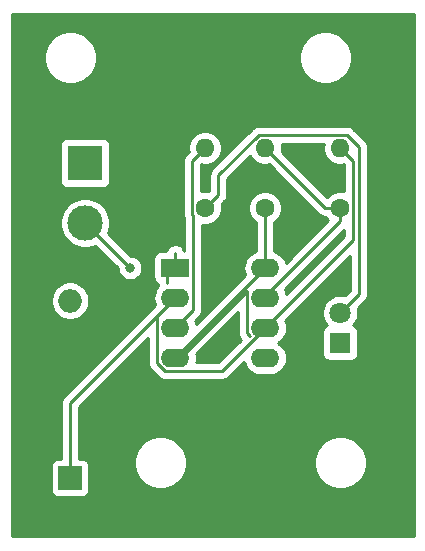
<source format=gbr>
%TF.GenerationSoftware,KiCad,Pcbnew,5.1.9-73d0e3b20d~88~ubuntu20.04.1*%
%TF.CreationDate,2021-02-11T17:45:22+05:30*%
%TF.ProjectId,Design your own Circuit Boards using Kicad Part 1 (FREE software),44657369-676e-4207-996f-7572206f776e,rev?*%
%TF.SameCoordinates,Original*%
%TF.FileFunction,Copper,L1,Top*%
%TF.FilePolarity,Positive*%
%FSLAX46Y46*%
G04 Gerber Fmt 4.6, Leading zero omitted, Abs format (unit mm)*
G04 Created by KiCad (PCBNEW 5.1.9-73d0e3b20d~88~ubuntu20.04.1) date 2021-02-11 17:45:22*
%MOMM*%
%LPD*%
G01*
G04 APERTURE LIST*
%TA.AperFunction,ComponentPad*%
%ADD10C,1.600000*%
%TD*%
%TA.AperFunction,ComponentPad*%
%ADD11O,1.600000X1.600000*%
%TD*%
%TA.AperFunction,ComponentPad*%
%ADD12R,2.400000X1.600000*%
%TD*%
%TA.AperFunction,ComponentPad*%
%ADD13O,2.400000X1.600000*%
%TD*%
%TA.AperFunction,ComponentPad*%
%ADD14R,3.000000X3.000000*%
%TD*%
%TA.AperFunction,ComponentPad*%
%ADD15C,3.000000*%
%TD*%
%TA.AperFunction,ComponentPad*%
%ADD16R,2.000000X2.000000*%
%TD*%
%TA.AperFunction,ComponentPad*%
%ADD17O,2.000000X2.000000*%
%TD*%
%TA.AperFunction,ComponentPad*%
%ADD18R,1.800000X1.800000*%
%TD*%
%TA.AperFunction,ComponentPad*%
%ADD19C,1.800000*%
%TD*%
%TA.AperFunction,ViaPad*%
%ADD20C,0.800000*%
%TD*%
%TA.AperFunction,Conductor*%
%ADD21C,0.250000*%
%TD*%
%TA.AperFunction,NonConductor*%
%ADD22C,0.254000*%
%TD*%
%TA.AperFunction,NonConductor*%
%ADD23C,0.100000*%
%TD*%
G04 APERTURE END LIST*
D10*
%TO.P,R1,1*%
%TO.N,+9V*%
X69850000Y-93980000D03*
D11*
%TO.P,R1,2*%
%TO.N,1*%
X69850000Y-88900000D03*
%TD*%
D12*
%TO.P,U1,1*%
%TO.N,GND*%
X62230000Y-99060000D03*
D13*
%TO.P,U1,5*%
%TO.N,Net-(U1-Pad5)*%
X69850000Y-106680000D03*
%TO.P,U1,2*%
%TO.N,Net-(C1-Pad1)*%
X62230000Y-101600000D03*
%TO.P,U1,6*%
X69850000Y-104140000D03*
%TO.P,U1,3*%
%TO.N,Net-(R2-Pad2)*%
X62230000Y-104140000D03*
%TO.P,U1,7*%
%TO.N,1*%
X69850000Y-101600000D03*
%TO.P,U1,4*%
%TO.N,+9V*%
X62230000Y-106680000D03*
%TO.P,U1,8*%
X69850000Y-99060000D03*
%TD*%
D11*
%TO.P,R2,2*%
%TO.N,Net-(R2-Pad2)*%
X64770000Y-88900000D03*
D10*
%TO.P,R2,1*%
%TO.N,Net-(D1-Pad2)*%
X64770000Y-93980000D03*
%TD*%
%TO.P,R3,1*%
%TO.N,1*%
X76200000Y-93980000D03*
D11*
%TO.P,R3,2*%
%TO.N,Net-(C1-Pad1)*%
X76200000Y-88900000D03*
%TD*%
D14*
%TO.P,J1,1*%
%TO.N,GND*%
X54610000Y-90170000D03*
D15*
%TO.P,J1,2*%
%TO.N,+9V*%
X54610000Y-95250000D03*
%TD*%
D16*
%TO.P,C1,1*%
%TO.N,Net-(C1-Pad1)*%
X53340000Y-116840000D03*
D17*
%TO.P,C1,2*%
%TO.N,GND*%
X53340000Y-101840000D03*
%TD*%
D18*
%TO.P,D1,1*%
%TO.N,GND*%
X76200000Y-105410000D03*
D19*
%TO.P,D1,2*%
%TO.N,Net-(D1-Pad2)*%
X76200000Y-102870000D03*
%TD*%
D20*
%TO.N,+9V*%
X58420000Y-99060000D03*
%TD*%
D21*
%TO.N,Net-(C1-Pad1)*%
X53340000Y-116840000D02*
X53340000Y-110490000D01*
X76200000Y-88900000D02*
X77325001Y-90025001D01*
X53340000Y-110490000D02*
X62230000Y-101600000D01*
X62230000Y-101600000D02*
X60704990Y-103125010D01*
X60704990Y-107145994D02*
X61364006Y-107805010D01*
X60704990Y-103125010D02*
X60704990Y-107145994D01*
X61364006Y-107805010D02*
X66184990Y-107805010D01*
X66184990Y-107805010D02*
X69850000Y-104140000D01*
X77325001Y-90025001D02*
X77325001Y-96664999D01*
X77325001Y-96664999D02*
X69850000Y-104140000D01*
%TO.N,GND*%
X61508996Y-100330000D02*
X61508996Y-99781004D01*
X62230000Y-99060000D02*
X62230000Y-97790000D01*
X61508996Y-99781004D02*
X62230000Y-99060000D01*
%TO.N,Net-(D1-Pad2)*%
X65895001Y-91189997D02*
X69309999Y-87774999D01*
X76740001Y-87774999D02*
X77775010Y-88810008D01*
X64770000Y-93980000D02*
X65895001Y-92854999D01*
X77775010Y-101294990D02*
X76200000Y-102870000D01*
X69309999Y-87774999D02*
X76740001Y-87774999D01*
X77775010Y-88810008D02*
X77775010Y-101294990D01*
X65895001Y-92854999D02*
X65895001Y-91189997D01*
%TO.N,+9V*%
X69850000Y-99060000D02*
X69850000Y-95250000D01*
X68324990Y-104605994D02*
X68536293Y-104817297D01*
X62230000Y-106680000D02*
X62630000Y-106680000D01*
X68324990Y-100985010D02*
X68324990Y-104605994D01*
X69850000Y-95250000D02*
X69850000Y-93980000D01*
X54610000Y-95250000D02*
X58420000Y-99060000D01*
X58420000Y-99060000D02*
X58420000Y-99060000D01*
X69850000Y-99060000D02*
X62230000Y-106680000D01*
X62630000Y-106680000D02*
X68324990Y-100985010D01*
%TO.N,1*%
X76200000Y-93980000D02*
X74930000Y-93980000D01*
X76200000Y-93980000D02*
X76200000Y-95111370D01*
X74930000Y-93980000D02*
X69850000Y-88900000D01*
X76200000Y-95111370D02*
X69850000Y-101461370D01*
X69850000Y-101461370D02*
X69850000Y-101600000D01*
%TO.N,Net-(R2-Pad2)*%
X63755010Y-102614990D02*
X62230000Y-104140000D01*
X63755010Y-94630012D02*
X63755010Y-102614990D01*
X63644999Y-94520001D02*
X63755010Y-94630012D01*
X63644999Y-90025001D02*
X63644999Y-94520001D01*
X64770000Y-88900000D02*
X63644999Y-90025001D01*
%TD*%
D22*
X82423000Y-121793000D02*
X48387000Y-121793000D01*
X48387000Y-115840000D01*
X51701928Y-115840000D01*
X51701928Y-117840000D01*
X51714188Y-117964482D01*
X51750498Y-118084180D01*
X51809463Y-118194494D01*
X51888815Y-118291185D01*
X51985506Y-118370537D01*
X52095820Y-118429502D01*
X52215518Y-118465812D01*
X52340000Y-118478072D01*
X54340000Y-118478072D01*
X54464482Y-118465812D01*
X54584180Y-118429502D01*
X54694494Y-118370537D01*
X54791185Y-118291185D01*
X54870537Y-118194494D01*
X54929502Y-118084180D01*
X54965812Y-117964482D01*
X54978072Y-117840000D01*
X54978072Y-115840000D01*
X54965812Y-115715518D01*
X54929502Y-115595820D01*
X54870537Y-115485506D01*
X54791185Y-115388815D01*
X54743733Y-115349872D01*
X58725000Y-115349872D01*
X58725000Y-115790128D01*
X58810890Y-116221925D01*
X58979369Y-116628669D01*
X59223962Y-116994729D01*
X59535271Y-117306038D01*
X59901331Y-117550631D01*
X60308075Y-117719110D01*
X60739872Y-117805000D01*
X61180128Y-117805000D01*
X61611925Y-117719110D01*
X62018669Y-117550631D01*
X62384729Y-117306038D01*
X62696038Y-116994729D01*
X62940631Y-116628669D01*
X63109110Y-116221925D01*
X63195000Y-115790128D01*
X63195000Y-115349872D01*
X73965000Y-115349872D01*
X73965000Y-115790128D01*
X74050890Y-116221925D01*
X74219369Y-116628669D01*
X74463962Y-116994729D01*
X74775271Y-117306038D01*
X75141331Y-117550631D01*
X75548075Y-117719110D01*
X75979872Y-117805000D01*
X76420128Y-117805000D01*
X76851925Y-117719110D01*
X77258669Y-117550631D01*
X77624729Y-117306038D01*
X77936038Y-116994729D01*
X78180631Y-116628669D01*
X78349110Y-116221925D01*
X78435000Y-115790128D01*
X78435000Y-115349872D01*
X78349110Y-114918075D01*
X78180631Y-114511331D01*
X77936038Y-114145271D01*
X77624729Y-113833962D01*
X77258669Y-113589369D01*
X76851925Y-113420890D01*
X76420128Y-113335000D01*
X75979872Y-113335000D01*
X75548075Y-113420890D01*
X75141331Y-113589369D01*
X74775271Y-113833962D01*
X74463962Y-114145271D01*
X74219369Y-114511331D01*
X74050890Y-114918075D01*
X73965000Y-115349872D01*
X63195000Y-115349872D01*
X63109110Y-114918075D01*
X62940631Y-114511331D01*
X62696038Y-114145271D01*
X62384729Y-113833962D01*
X62018669Y-113589369D01*
X61611925Y-113420890D01*
X61180128Y-113335000D01*
X60739872Y-113335000D01*
X60308075Y-113420890D01*
X59901331Y-113589369D01*
X59535271Y-113833962D01*
X59223962Y-114145271D01*
X58979369Y-114511331D01*
X58810890Y-114918075D01*
X58725000Y-115349872D01*
X54743733Y-115349872D01*
X54694494Y-115309463D01*
X54584180Y-115250498D01*
X54464482Y-115214188D01*
X54340000Y-115201928D01*
X54100000Y-115201928D01*
X54100000Y-110804801D01*
X59944990Y-104959811D01*
X59944991Y-107108662D01*
X59941314Y-107145994D01*
X59955988Y-107294979D01*
X59999444Y-107438240D01*
X60070016Y-107570270D01*
X60140393Y-107656024D01*
X60164990Y-107685995D01*
X60193988Y-107709793D01*
X60800206Y-108316012D01*
X60824005Y-108345011D01*
X60939730Y-108439984D01*
X61071759Y-108510556D01*
X61215020Y-108554013D01*
X61326673Y-108565010D01*
X61326682Y-108565010D01*
X61364005Y-108568686D01*
X61401328Y-108565010D01*
X66147668Y-108565010D01*
X66184990Y-108568686D01*
X66222312Y-108565010D01*
X66222323Y-108565010D01*
X66333976Y-108554013D01*
X66477237Y-108510556D01*
X66609266Y-108439984D01*
X66724991Y-108345011D01*
X66748794Y-108316007D01*
X68051527Y-107013274D01*
X68117818Y-107231808D01*
X68251068Y-107481101D01*
X68430392Y-107699608D01*
X68648899Y-107878932D01*
X68898192Y-108012182D01*
X69168691Y-108094236D01*
X69379508Y-108115000D01*
X70320492Y-108115000D01*
X70531309Y-108094236D01*
X70801808Y-108012182D01*
X71051101Y-107878932D01*
X71269608Y-107699608D01*
X71448932Y-107481101D01*
X71582182Y-107231808D01*
X71664236Y-106961309D01*
X71691943Y-106680000D01*
X71664236Y-106398691D01*
X71582182Y-106128192D01*
X71448932Y-105878899D01*
X71269608Y-105660392D01*
X71051101Y-105481068D01*
X70918142Y-105410000D01*
X71051101Y-105338932D01*
X71269608Y-105159608D01*
X71448932Y-104941101D01*
X71582182Y-104691808D01*
X71664236Y-104421309D01*
X71691943Y-104140000D01*
X71664236Y-103858691D01*
X71582182Y-103588192D01*
X71545408Y-103519393D01*
X77015011Y-98049791D01*
X77015011Y-100980187D01*
X76608930Y-101386269D01*
X76351184Y-101335000D01*
X76048816Y-101335000D01*
X75752257Y-101393989D01*
X75472905Y-101509701D01*
X75221495Y-101677688D01*
X75007688Y-101891495D01*
X74839701Y-102142905D01*
X74723989Y-102422257D01*
X74665000Y-102718816D01*
X74665000Y-103021184D01*
X74723989Y-103317743D01*
X74839701Y-103597095D01*
X75007688Y-103848505D01*
X75074127Y-103914944D01*
X75055820Y-103920498D01*
X74945506Y-103979463D01*
X74848815Y-104058815D01*
X74769463Y-104155506D01*
X74710498Y-104265820D01*
X74674188Y-104385518D01*
X74661928Y-104510000D01*
X74661928Y-106310000D01*
X74674188Y-106434482D01*
X74710498Y-106554180D01*
X74769463Y-106664494D01*
X74848815Y-106761185D01*
X74945506Y-106840537D01*
X75055820Y-106899502D01*
X75175518Y-106935812D01*
X75300000Y-106948072D01*
X77100000Y-106948072D01*
X77224482Y-106935812D01*
X77344180Y-106899502D01*
X77454494Y-106840537D01*
X77551185Y-106761185D01*
X77630537Y-106664494D01*
X77689502Y-106554180D01*
X77725812Y-106434482D01*
X77738072Y-106310000D01*
X77738072Y-104510000D01*
X77725812Y-104385518D01*
X77689502Y-104265820D01*
X77630537Y-104155506D01*
X77551185Y-104058815D01*
X77454494Y-103979463D01*
X77344180Y-103920498D01*
X77325873Y-103914944D01*
X77392312Y-103848505D01*
X77560299Y-103597095D01*
X77676011Y-103317743D01*
X77735000Y-103021184D01*
X77735000Y-102718816D01*
X77683731Y-102461070D01*
X78286013Y-101858789D01*
X78315011Y-101834991D01*
X78409984Y-101719266D01*
X78480556Y-101587237D01*
X78524013Y-101443976D01*
X78535010Y-101332323D01*
X78538687Y-101294990D01*
X78535010Y-101257657D01*
X78535010Y-88847333D01*
X78538686Y-88810008D01*
X78535010Y-88772683D01*
X78535010Y-88772675D01*
X78524013Y-88661022D01*
X78480556Y-88517761D01*
X78409984Y-88385732D01*
X78315011Y-88270007D01*
X78286014Y-88246210D01*
X77303805Y-87264001D01*
X77280002Y-87234998D01*
X77164277Y-87140025D01*
X77032248Y-87069453D01*
X76888987Y-87025996D01*
X76777334Y-87014999D01*
X76777323Y-87014999D01*
X76740001Y-87011323D01*
X76702679Y-87014999D01*
X69347321Y-87014999D01*
X69309998Y-87011323D01*
X69272675Y-87014999D01*
X69272666Y-87014999D01*
X69161013Y-87025996D01*
X69017752Y-87069453D01*
X68885723Y-87140025D01*
X68885721Y-87140026D01*
X68885722Y-87140026D01*
X68798995Y-87211200D01*
X68798991Y-87211204D01*
X68769998Y-87234998D01*
X68746204Y-87263991D01*
X65383999Y-90626198D01*
X65355001Y-90649996D01*
X65331203Y-90678994D01*
X65331202Y-90678995D01*
X65260027Y-90765721D01*
X65189455Y-90897751D01*
X65145999Y-91041012D01*
X65131325Y-91189997D01*
X65135002Y-91227329D01*
X65135001Y-92540197D01*
X65093886Y-92581312D01*
X64911335Y-92545000D01*
X64628665Y-92545000D01*
X64404999Y-92589491D01*
X64404999Y-90339802D01*
X64446113Y-90298688D01*
X64628665Y-90335000D01*
X64911335Y-90335000D01*
X65188574Y-90279853D01*
X65449727Y-90171680D01*
X65684759Y-90014637D01*
X65884637Y-89814759D01*
X66041680Y-89579727D01*
X66149853Y-89318574D01*
X66205000Y-89041335D01*
X66205000Y-88758665D01*
X66149853Y-88481426D01*
X66041680Y-88220273D01*
X65884637Y-87985241D01*
X65684759Y-87785363D01*
X65449727Y-87628320D01*
X65188574Y-87520147D01*
X64911335Y-87465000D01*
X64628665Y-87465000D01*
X64351426Y-87520147D01*
X64090273Y-87628320D01*
X63855241Y-87785363D01*
X63655363Y-87985241D01*
X63498320Y-88220273D01*
X63390147Y-88481426D01*
X63335000Y-88758665D01*
X63335000Y-89041335D01*
X63371312Y-89223887D01*
X63134001Y-89461197D01*
X63104998Y-89485000D01*
X63049870Y-89552175D01*
X63010025Y-89600725D01*
X62939454Y-89732754D01*
X62939453Y-89732755D01*
X62895996Y-89876016D01*
X62884999Y-89987669D01*
X62884999Y-89987679D01*
X62881323Y-90025001D01*
X62884999Y-90062324D01*
X62885000Y-94482669D01*
X62881323Y-94520001D01*
X62895997Y-94668986D01*
X62939453Y-94812247D01*
X62995010Y-94916186D01*
X62995010Y-97621928D01*
X62973213Y-97621928D01*
X62935546Y-97497753D01*
X62864974Y-97365724D01*
X62770001Y-97249999D01*
X62654276Y-97155026D01*
X62522247Y-97084454D01*
X62378986Y-97040997D01*
X62230000Y-97026323D01*
X62081015Y-97040997D01*
X61937754Y-97084454D01*
X61805725Y-97155026D01*
X61690000Y-97249999D01*
X61595027Y-97365724D01*
X61524455Y-97497753D01*
X61486788Y-97621928D01*
X61030000Y-97621928D01*
X60905518Y-97634188D01*
X60785820Y-97670498D01*
X60675506Y-97729463D01*
X60578815Y-97808815D01*
X60499463Y-97905506D01*
X60440498Y-98015820D01*
X60404188Y-98135518D01*
X60391928Y-98260000D01*
X60391928Y-99860000D01*
X60404188Y-99984482D01*
X60440498Y-100104180D01*
X60499463Y-100214494D01*
X60578815Y-100311185D01*
X60675506Y-100390537D01*
X60755493Y-100433291D01*
X60759993Y-100478985D01*
X60796054Y-100597863D01*
X60631068Y-100798899D01*
X60497818Y-101048192D01*
X60415764Y-101318691D01*
X60388057Y-101600000D01*
X60415764Y-101881309D01*
X60497818Y-102151808D01*
X60534592Y-102220607D01*
X60193988Y-102561210D01*
X60164989Y-102585009D01*
X60141191Y-102614007D01*
X52828998Y-109926201D01*
X52800000Y-109949999D01*
X52776202Y-109978997D01*
X52776201Y-109978998D01*
X52705026Y-110065724D01*
X52634454Y-110197754D01*
X52590998Y-110341015D01*
X52576324Y-110490000D01*
X52580001Y-110527332D01*
X52580000Y-115201928D01*
X52340000Y-115201928D01*
X52215518Y-115214188D01*
X52095820Y-115250498D01*
X51985506Y-115309463D01*
X51888815Y-115388815D01*
X51809463Y-115485506D01*
X51750498Y-115595820D01*
X51714188Y-115715518D01*
X51701928Y-115840000D01*
X48387000Y-115840000D01*
X48387000Y-101678967D01*
X51705000Y-101678967D01*
X51705000Y-102001033D01*
X51767832Y-102316912D01*
X51891082Y-102614463D01*
X52070013Y-102882252D01*
X52297748Y-103109987D01*
X52565537Y-103288918D01*
X52863088Y-103412168D01*
X53178967Y-103475000D01*
X53501033Y-103475000D01*
X53816912Y-103412168D01*
X54114463Y-103288918D01*
X54382252Y-103109987D01*
X54609987Y-102882252D01*
X54788918Y-102614463D01*
X54912168Y-102316912D01*
X54975000Y-102001033D01*
X54975000Y-101678967D01*
X54912168Y-101363088D01*
X54788918Y-101065537D01*
X54609987Y-100797748D01*
X54382252Y-100570013D01*
X54114463Y-100391082D01*
X53816912Y-100267832D01*
X53501033Y-100205000D01*
X53178967Y-100205000D01*
X52863088Y-100267832D01*
X52565537Y-100391082D01*
X52297748Y-100570013D01*
X52070013Y-100797748D01*
X51891082Y-101065537D01*
X51767832Y-101363088D01*
X51705000Y-101678967D01*
X48387000Y-101678967D01*
X48387000Y-95039721D01*
X52475000Y-95039721D01*
X52475000Y-95460279D01*
X52557047Y-95872756D01*
X52717988Y-96261302D01*
X52951637Y-96610983D01*
X53249017Y-96908363D01*
X53598698Y-97142012D01*
X53987244Y-97302953D01*
X54399721Y-97385000D01*
X54820279Y-97385000D01*
X55232756Y-97302953D01*
X55484059Y-97198860D01*
X57385000Y-99099802D01*
X57385000Y-99161939D01*
X57424774Y-99361898D01*
X57502795Y-99550256D01*
X57616063Y-99719774D01*
X57760226Y-99863937D01*
X57929744Y-99977205D01*
X58118102Y-100055226D01*
X58318061Y-100095000D01*
X58521939Y-100095000D01*
X58721898Y-100055226D01*
X58910256Y-99977205D01*
X59079774Y-99863937D01*
X59223937Y-99719774D01*
X59337205Y-99550256D01*
X59415226Y-99361898D01*
X59455000Y-99161939D01*
X59455000Y-98958061D01*
X59415226Y-98758102D01*
X59337205Y-98569744D01*
X59223937Y-98400226D01*
X59079774Y-98256063D01*
X58910256Y-98142795D01*
X58721898Y-98064774D01*
X58521939Y-98025000D01*
X58459802Y-98025000D01*
X56558860Y-96124059D01*
X56662953Y-95872756D01*
X56745000Y-95460279D01*
X56745000Y-95039721D01*
X56662953Y-94627244D01*
X56502012Y-94238698D01*
X56268363Y-93889017D01*
X55970983Y-93591637D01*
X55621302Y-93357988D01*
X55232756Y-93197047D01*
X54820279Y-93115000D01*
X54399721Y-93115000D01*
X53987244Y-93197047D01*
X53598698Y-93357988D01*
X53249017Y-93591637D01*
X52951637Y-93889017D01*
X52717988Y-94238698D01*
X52557047Y-94627244D01*
X52475000Y-95039721D01*
X48387000Y-95039721D01*
X48387000Y-88670000D01*
X52471928Y-88670000D01*
X52471928Y-91670000D01*
X52484188Y-91794482D01*
X52520498Y-91914180D01*
X52579463Y-92024494D01*
X52658815Y-92121185D01*
X52755506Y-92200537D01*
X52865820Y-92259502D01*
X52985518Y-92295812D01*
X53110000Y-92308072D01*
X56110000Y-92308072D01*
X56234482Y-92295812D01*
X56354180Y-92259502D01*
X56464494Y-92200537D01*
X56561185Y-92121185D01*
X56640537Y-92024494D01*
X56699502Y-91914180D01*
X56735812Y-91794482D01*
X56748072Y-91670000D01*
X56748072Y-88670000D01*
X56735812Y-88545518D01*
X56699502Y-88425820D01*
X56640537Y-88315506D01*
X56561185Y-88218815D01*
X56464494Y-88139463D01*
X56354180Y-88080498D01*
X56234482Y-88044188D01*
X56110000Y-88031928D01*
X53110000Y-88031928D01*
X52985518Y-88044188D01*
X52865820Y-88080498D01*
X52755506Y-88139463D01*
X52658815Y-88218815D01*
X52579463Y-88315506D01*
X52520498Y-88425820D01*
X52484188Y-88545518D01*
X52471928Y-88670000D01*
X48387000Y-88670000D01*
X48387000Y-81059872D01*
X51105000Y-81059872D01*
X51105000Y-81500128D01*
X51190890Y-81931925D01*
X51359369Y-82338669D01*
X51603962Y-82704729D01*
X51915271Y-83016038D01*
X52281331Y-83260631D01*
X52688075Y-83429110D01*
X53119872Y-83515000D01*
X53560128Y-83515000D01*
X53991925Y-83429110D01*
X54398669Y-83260631D01*
X54764729Y-83016038D01*
X55076038Y-82704729D01*
X55320631Y-82338669D01*
X55489110Y-81931925D01*
X55575000Y-81500128D01*
X55575000Y-81059872D01*
X72695000Y-81059872D01*
X72695000Y-81500128D01*
X72780890Y-81931925D01*
X72949369Y-82338669D01*
X73193962Y-82704729D01*
X73505271Y-83016038D01*
X73871331Y-83260631D01*
X74278075Y-83429110D01*
X74709872Y-83515000D01*
X75150128Y-83515000D01*
X75581925Y-83429110D01*
X75988669Y-83260631D01*
X76354729Y-83016038D01*
X76666038Y-82704729D01*
X76910631Y-82338669D01*
X77079110Y-81931925D01*
X77165000Y-81500128D01*
X77165000Y-81059872D01*
X77079110Y-80628075D01*
X76910631Y-80221331D01*
X76666038Y-79855271D01*
X76354729Y-79543962D01*
X75988669Y-79299369D01*
X75581925Y-79130890D01*
X75150128Y-79045000D01*
X74709872Y-79045000D01*
X74278075Y-79130890D01*
X73871331Y-79299369D01*
X73505271Y-79543962D01*
X73193962Y-79855271D01*
X72949369Y-80221331D01*
X72780890Y-80628075D01*
X72695000Y-81059872D01*
X55575000Y-81059872D01*
X55489110Y-80628075D01*
X55320631Y-80221331D01*
X55076038Y-79855271D01*
X54764729Y-79543962D01*
X54398669Y-79299369D01*
X53991925Y-79130890D01*
X53560128Y-79045000D01*
X53119872Y-79045000D01*
X52688075Y-79130890D01*
X52281331Y-79299369D01*
X51915271Y-79543962D01*
X51603962Y-79855271D01*
X51359369Y-80221331D01*
X51190890Y-80628075D01*
X51105000Y-81059872D01*
X48387000Y-81059872D01*
X48387000Y-77597000D01*
X82423000Y-77597000D01*
X82423000Y-121793000D01*
%TA.AperFunction,NonConductor*%
D23*
G36*
X82423000Y-121793000D02*
G01*
X48387000Y-121793000D01*
X48387000Y-115840000D01*
X51701928Y-115840000D01*
X51701928Y-117840000D01*
X51714188Y-117964482D01*
X51750498Y-118084180D01*
X51809463Y-118194494D01*
X51888815Y-118291185D01*
X51985506Y-118370537D01*
X52095820Y-118429502D01*
X52215518Y-118465812D01*
X52340000Y-118478072D01*
X54340000Y-118478072D01*
X54464482Y-118465812D01*
X54584180Y-118429502D01*
X54694494Y-118370537D01*
X54791185Y-118291185D01*
X54870537Y-118194494D01*
X54929502Y-118084180D01*
X54965812Y-117964482D01*
X54978072Y-117840000D01*
X54978072Y-115840000D01*
X54965812Y-115715518D01*
X54929502Y-115595820D01*
X54870537Y-115485506D01*
X54791185Y-115388815D01*
X54743733Y-115349872D01*
X58725000Y-115349872D01*
X58725000Y-115790128D01*
X58810890Y-116221925D01*
X58979369Y-116628669D01*
X59223962Y-116994729D01*
X59535271Y-117306038D01*
X59901331Y-117550631D01*
X60308075Y-117719110D01*
X60739872Y-117805000D01*
X61180128Y-117805000D01*
X61611925Y-117719110D01*
X62018669Y-117550631D01*
X62384729Y-117306038D01*
X62696038Y-116994729D01*
X62940631Y-116628669D01*
X63109110Y-116221925D01*
X63195000Y-115790128D01*
X63195000Y-115349872D01*
X73965000Y-115349872D01*
X73965000Y-115790128D01*
X74050890Y-116221925D01*
X74219369Y-116628669D01*
X74463962Y-116994729D01*
X74775271Y-117306038D01*
X75141331Y-117550631D01*
X75548075Y-117719110D01*
X75979872Y-117805000D01*
X76420128Y-117805000D01*
X76851925Y-117719110D01*
X77258669Y-117550631D01*
X77624729Y-117306038D01*
X77936038Y-116994729D01*
X78180631Y-116628669D01*
X78349110Y-116221925D01*
X78435000Y-115790128D01*
X78435000Y-115349872D01*
X78349110Y-114918075D01*
X78180631Y-114511331D01*
X77936038Y-114145271D01*
X77624729Y-113833962D01*
X77258669Y-113589369D01*
X76851925Y-113420890D01*
X76420128Y-113335000D01*
X75979872Y-113335000D01*
X75548075Y-113420890D01*
X75141331Y-113589369D01*
X74775271Y-113833962D01*
X74463962Y-114145271D01*
X74219369Y-114511331D01*
X74050890Y-114918075D01*
X73965000Y-115349872D01*
X63195000Y-115349872D01*
X63109110Y-114918075D01*
X62940631Y-114511331D01*
X62696038Y-114145271D01*
X62384729Y-113833962D01*
X62018669Y-113589369D01*
X61611925Y-113420890D01*
X61180128Y-113335000D01*
X60739872Y-113335000D01*
X60308075Y-113420890D01*
X59901331Y-113589369D01*
X59535271Y-113833962D01*
X59223962Y-114145271D01*
X58979369Y-114511331D01*
X58810890Y-114918075D01*
X58725000Y-115349872D01*
X54743733Y-115349872D01*
X54694494Y-115309463D01*
X54584180Y-115250498D01*
X54464482Y-115214188D01*
X54340000Y-115201928D01*
X54100000Y-115201928D01*
X54100000Y-110804801D01*
X59944990Y-104959811D01*
X59944991Y-107108662D01*
X59941314Y-107145994D01*
X59955988Y-107294979D01*
X59999444Y-107438240D01*
X60070016Y-107570270D01*
X60140393Y-107656024D01*
X60164990Y-107685995D01*
X60193988Y-107709793D01*
X60800206Y-108316012D01*
X60824005Y-108345011D01*
X60939730Y-108439984D01*
X61071759Y-108510556D01*
X61215020Y-108554013D01*
X61326673Y-108565010D01*
X61326682Y-108565010D01*
X61364005Y-108568686D01*
X61401328Y-108565010D01*
X66147668Y-108565010D01*
X66184990Y-108568686D01*
X66222312Y-108565010D01*
X66222323Y-108565010D01*
X66333976Y-108554013D01*
X66477237Y-108510556D01*
X66609266Y-108439984D01*
X66724991Y-108345011D01*
X66748794Y-108316007D01*
X68051527Y-107013274D01*
X68117818Y-107231808D01*
X68251068Y-107481101D01*
X68430392Y-107699608D01*
X68648899Y-107878932D01*
X68898192Y-108012182D01*
X69168691Y-108094236D01*
X69379508Y-108115000D01*
X70320492Y-108115000D01*
X70531309Y-108094236D01*
X70801808Y-108012182D01*
X71051101Y-107878932D01*
X71269608Y-107699608D01*
X71448932Y-107481101D01*
X71582182Y-107231808D01*
X71664236Y-106961309D01*
X71691943Y-106680000D01*
X71664236Y-106398691D01*
X71582182Y-106128192D01*
X71448932Y-105878899D01*
X71269608Y-105660392D01*
X71051101Y-105481068D01*
X70918142Y-105410000D01*
X71051101Y-105338932D01*
X71269608Y-105159608D01*
X71448932Y-104941101D01*
X71582182Y-104691808D01*
X71664236Y-104421309D01*
X71691943Y-104140000D01*
X71664236Y-103858691D01*
X71582182Y-103588192D01*
X71545408Y-103519393D01*
X77015011Y-98049791D01*
X77015011Y-100980187D01*
X76608930Y-101386269D01*
X76351184Y-101335000D01*
X76048816Y-101335000D01*
X75752257Y-101393989D01*
X75472905Y-101509701D01*
X75221495Y-101677688D01*
X75007688Y-101891495D01*
X74839701Y-102142905D01*
X74723989Y-102422257D01*
X74665000Y-102718816D01*
X74665000Y-103021184D01*
X74723989Y-103317743D01*
X74839701Y-103597095D01*
X75007688Y-103848505D01*
X75074127Y-103914944D01*
X75055820Y-103920498D01*
X74945506Y-103979463D01*
X74848815Y-104058815D01*
X74769463Y-104155506D01*
X74710498Y-104265820D01*
X74674188Y-104385518D01*
X74661928Y-104510000D01*
X74661928Y-106310000D01*
X74674188Y-106434482D01*
X74710498Y-106554180D01*
X74769463Y-106664494D01*
X74848815Y-106761185D01*
X74945506Y-106840537D01*
X75055820Y-106899502D01*
X75175518Y-106935812D01*
X75300000Y-106948072D01*
X77100000Y-106948072D01*
X77224482Y-106935812D01*
X77344180Y-106899502D01*
X77454494Y-106840537D01*
X77551185Y-106761185D01*
X77630537Y-106664494D01*
X77689502Y-106554180D01*
X77725812Y-106434482D01*
X77738072Y-106310000D01*
X77738072Y-104510000D01*
X77725812Y-104385518D01*
X77689502Y-104265820D01*
X77630537Y-104155506D01*
X77551185Y-104058815D01*
X77454494Y-103979463D01*
X77344180Y-103920498D01*
X77325873Y-103914944D01*
X77392312Y-103848505D01*
X77560299Y-103597095D01*
X77676011Y-103317743D01*
X77735000Y-103021184D01*
X77735000Y-102718816D01*
X77683731Y-102461070D01*
X78286013Y-101858789D01*
X78315011Y-101834991D01*
X78409984Y-101719266D01*
X78480556Y-101587237D01*
X78524013Y-101443976D01*
X78535010Y-101332323D01*
X78538687Y-101294990D01*
X78535010Y-101257657D01*
X78535010Y-88847333D01*
X78538686Y-88810008D01*
X78535010Y-88772683D01*
X78535010Y-88772675D01*
X78524013Y-88661022D01*
X78480556Y-88517761D01*
X78409984Y-88385732D01*
X78315011Y-88270007D01*
X78286014Y-88246210D01*
X77303805Y-87264001D01*
X77280002Y-87234998D01*
X77164277Y-87140025D01*
X77032248Y-87069453D01*
X76888987Y-87025996D01*
X76777334Y-87014999D01*
X76777323Y-87014999D01*
X76740001Y-87011323D01*
X76702679Y-87014999D01*
X69347321Y-87014999D01*
X69309998Y-87011323D01*
X69272675Y-87014999D01*
X69272666Y-87014999D01*
X69161013Y-87025996D01*
X69017752Y-87069453D01*
X68885723Y-87140025D01*
X68885721Y-87140026D01*
X68885722Y-87140026D01*
X68798995Y-87211200D01*
X68798991Y-87211204D01*
X68769998Y-87234998D01*
X68746204Y-87263991D01*
X65383999Y-90626198D01*
X65355001Y-90649996D01*
X65331203Y-90678994D01*
X65331202Y-90678995D01*
X65260027Y-90765721D01*
X65189455Y-90897751D01*
X65145999Y-91041012D01*
X65131325Y-91189997D01*
X65135002Y-91227329D01*
X65135001Y-92540197D01*
X65093886Y-92581312D01*
X64911335Y-92545000D01*
X64628665Y-92545000D01*
X64404999Y-92589491D01*
X64404999Y-90339802D01*
X64446113Y-90298688D01*
X64628665Y-90335000D01*
X64911335Y-90335000D01*
X65188574Y-90279853D01*
X65449727Y-90171680D01*
X65684759Y-90014637D01*
X65884637Y-89814759D01*
X66041680Y-89579727D01*
X66149853Y-89318574D01*
X66205000Y-89041335D01*
X66205000Y-88758665D01*
X66149853Y-88481426D01*
X66041680Y-88220273D01*
X65884637Y-87985241D01*
X65684759Y-87785363D01*
X65449727Y-87628320D01*
X65188574Y-87520147D01*
X64911335Y-87465000D01*
X64628665Y-87465000D01*
X64351426Y-87520147D01*
X64090273Y-87628320D01*
X63855241Y-87785363D01*
X63655363Y-87985241D01*
X63498320Y-88220273D01*
X63390147Y-88481426D01*
X63335000Y-88758665D01*
X63335000Y-89041335D01*
X63371312Y-89223887D01*
X63134001Y-89461197D01*
X63104998Y-89485000D01*
X63049870Y-89552175D01*
X63010025Y-89600725D01*
X62939454Y-89732754D01*
X62939453Y-89732755D01*
X62895996Y-89876016D01*
X62884999Y-89987669D01*
X62884999Y-89987679D01*
X62881323Y-90025001D01*
X62884999Y-90062324D01*
X62885000Y-94482669D01*
X62881323Y-94520001D01*
X62895997Y-94668986D01*
X62939453Y-94812247D01*
X62995010Y-94916186D01*
X62995010Y-97621928D01*
X62973213Y-97621928D01*
X62935546Y-97497753D01*
X62864974Y-97365724D01*
X62770001Y-97249999D01*
X62654276Y-97155026D01*
X62522247Y-97084454D01*
X62378986Y-97040997D01*
X62230000Y-97026323D01*
X62081015Y-97040997D01*
X61937754Y-97084454D01*
X61805725Y-97155026D01*
X61690000Y-97249999D01*
X61595027Y-97365724D01*
X61524455Y-97497753D01*
X61486788Y-97621928D01*
X61030000Y-97621928D01*
X60905518Y-97634188D01*
X60785820Y-97670498D01*
X60675506Y-97729463D01*
X60578815Y-97808815D01*
X60499463Y-97905506D01*
X60440498Y-98015820D01*
X60404188Y-98135518D01*
X60391928Y-98260000D01*
X60391928Y-99860000D01*
X60404188Y-99984482D01*
X60440498Y-100104180D01*
X60499463Y-100214494D01*
X60578815Y-100311185D01*
X60675506Y-100390537D01*
X60755493Y-100433291D01*
X60759993Y-100478985D01*
X60796054Y-100597863D01*
X60631068Y-100798899D01*
X60497818Y-101048192D01*
X60415764Y-101318691D01*
X60388057Y-101600000D01*
X60415764Y-101881309D01*
X60497818Y-102151808D01*
X60534592Y-102220607D01*
X60193988Y-102561210D01*
X60164989Y-102585009D01*
X60141191Y-102614007D01*
X52828998Y-109926201D01*
X52800000Y-109949999D01*
X52776202Y-109978997D01*
X52776201Y-109978998D01*
X52705026Y-110065724D01*
X52634454Y-110197754D01*
X52590998Y-110341015D01*
X52576324Y-110490000D01*
X52580001Y-110527332D01*
X52580000Y-115201928D01*
X52340000Y-115201928D01*
X52215518Y-115214188D01*
X52095820Y-115250498D01*
X51985506Y-115309463D01*
X51888815Y-115388815D01*
X51809463Y-115485506D01*
X51750498Y-115595820D01*
X51714188Y-115715518D01*
X51701928Y-115840000D01*
X48387000Y-115840000D01*
X48387000Y-101678967D01*
X51705000Y-101678967D01*
X51705000Y-102001033D01*
X51767832Y-102316912D01*
X51891082Y-102614463D01*
X52070013Y-102882252D01*
X52297748Y-103109987D01*
X52565537Y-103288918D01*
X52863088Y-103412168D01*
X53178967Y-103475000D01*
X53501033Y-103475000D01*
X53816912Y-103412168D01*
X54114463Y-103288918D01*
X54382252Y-103109987D01*
X54609987Y-102882252D01*
X54788918Y-102614463D01*
X54912168Y-102316912D01*
X54975000Y-102001033D01*
X54975000Y-101678967D01*
X54912168Y-101363088D01*
X54788918Y-101065537D01*
X54609987Y-100797748D01*
X54382252Y-100570013D01*
X54114463Y-100391082D01*
X53816912Y-100267832D01*
X53501033Y-100205000D01*
X53178967Y-100205000D01*
X52863088Y-100267832D01*
X52565537Y-100391082D01*
X52297748Y-100570013D01*
X52070013Y-100797748D01*
X51891082Y-101065537D01*
X51767832Y-101363088D01*
X51705000Y-101678967D01*
X48387000Y-101678967D01*
X48387000Y-95039721D01*
X52475000Y-95039721D01*
X52475000Y-95460279D01*
X52557047Y-95872756D01*
X52717988Y-96261302D01*
X52951637Y-96610983D01*
X53249017Y-96908363D01*
X53598698Y-97142012D01*
X53987244Y-97302953D01*
X54399721Y-97385000D01*
X54820279Y-97385000D01*
X55232756Y-97302953D01*
X55484059Y-97198860D01*
X57385000Y-99099802D01*
X57385000Y-99161939D01*
X57424774Y-99361898D01*
X57502795Y-99550256D01*
X57616063Y-99719774D01*
X57760226Y-99863937D01*
X57929744Y-99977205D01*
X58118102Y-100055226D01*
X58318061Y-100095000D01*
X58521939Y-100095000D01*
X58721898Y-100055226D01*
X58910256Y-99977205D01*
X59079774Y-99863937D01*
X59223937Y-99719774D01*
X59337205Y-99550256D01*
X59415226Y-99361898D01*
X59455000Y-99161939D01*
X59455000Y-98958061D01*
X59415226Y-98758102D01*
X59337205Y-98569744D01*
X59223937Y-98400226D01*
X59079774Y-98256063D01*
X58910256Y-98142795D01*
X58721898Y-98064774D01*
X58521939Y-98025000D01*
X58459802Y-98025000D01*
X56558860Y-96124059D01*
X56662953Y-95872756D01*
X56745000Y-95460279D01*
X56745000Y-95039721D01*
X56662953Y-94627244D01*
X56502012Y-94238698D01*
X56268363Y-93889017D01*
X55970983Y-93591637D01*
X55621302Y-93357988D01*
X55232756Y-93197047D01*
X54820279Y-93115000D01*
X54399721Y-93115000D01*
X53987244Y-93197047D01*
X53598698Y-93357988D01*
X53249017Y-93591637D01*
X52951637Y-93889017D01*
X52717988Y-94238698D01*
X52557047Y-94627244D01*
X52475000Y-95039721D01*
X48387000Y-95039721D01*
X48387000Y-88670000D01*
X52471928Y-88670000D01*
X52471928Y-91670000D01*
X52484188Y-91794482D01*
X52520498Y-91914180D01*
X52579463Y-92024494D01*
X52658815Y-92121185D01*
X52755506Y-92200537D01*
X52865820Y-92259502D01*
X52985518Y-92295812D01*
X53110000Y-92308072D01*
X56110000Y-92308072D01*
X56234482Y-92295812D01*
X56354180Y-92259502D01*
X56464494Y-92200537D01*
X56561185Y-92121185D01*
X56640537Y-92024494D01*
X56699502Y-91914180D01*
X56735812Y-91794482D01*
X56748072Y-91670000D01*
X56748072Y-88670000D01*
X56735812Y-88545518D01*
X56699502Y-88425820D01*
X56640537Y-88315506D01*
X56561185Y-88218815D01*
X56464494Y-88139463D01*
X56354180Y-88080498D01*
X56234482Y-88044188D01*
X56110000Y-88031928D01*
X53110000Y-88031928D01*
X52985518Y-88044188D01*
X52865820Y-88080498D01*
X52755506Y-88139463D01*
X52658815Y-88218815D01*
X52579463Y-88315506D01*
X52520498Y-88425820D01*
X52484188Y-88545518D01*
X52471928Y-88670000D01*
X48387000Y-88670000D01*
X48387000Y-81059872D01*
X51105000Y-81059872D01*
X51105000Y-81500128D01*
X51190890Y-81931925D01*
X51359369Y-82338669D01*
X51603962Y-82704729D01*
X51915271Y-83016038D01*
X52281331Y-83260631D01*
X52688075Y-83429110D01*
X53119872Y-83515000D01*
X53560128Y-83515000D01*
X53991925Y-83429110D01*
X54398669Y-83260631D01*
X54764729Y-83016038D01*
X55076038Y-82704729D01*
X55320631Y-82338669D01*
X55489110Y-81931925D01*
X55575000Y-81500128D01*
X55575000Y-81059872D01*
X72695000Y-81059872D01*
X72695000Y-81500128D01*
X72780890Y-81931925D01*
X72949369Y-82338669D01*
X73193962Y-82704729D01*
X73505271Y-83016038D01*
X73871331Y-83260631D01*
X74278075Y-83429110D01*
X74709872Y-83515000D01*
X75150128Y-83515000D01*
X75581925Y-83429110D01*
X75988669Y-83260631D01*
X76354729Y-83016038D01*
X76666038Y-82704729D01*
X76910631Y-82338669D01*
X77079110Y-81931925D01*
X77165000Y-81500128D01*
X77165000Y-81059872D01*
X77079110Y-80628075D01*
X76910631Y-80221331D01*
X76666038Y-79855271D01*
X76354729Y-79543962D01*
X75988669Y-79299369D01*
X75581925Y-79130890D01*
X75150128Y-79045000D01*
X74709872Y-79045000D01*
X74278075Y-79130890D01*
X73871331Y-79299369D01*
X73505271Y-79543962D01*
X73193962Y-79855271D01*
X72949369Y-80221331D01*
X72780890Y-80628075D01*
X72695000Y-81059872D01*
X55575000Y-81059872D01*
X55489110Y-80628075D01*
X55320631Y-80221331D01*
X55076038Y-79855271D01*
X54764729Y-79543962D01*
X54398669Y-79299369D01*
X53991925Y-79130890D01*
X53560128Y-79045000D01*
X53119872Y-79045000D01*
X52688075Y-79130890D01*
X52281331Y-79299369D01*
X51915271Y-79543962D01*
X51603962Y-79855271D01*
X51359369Y-80221331D01*
X51190890Y-80628075D01*
X51105000Y-81059872D01*
X48387000Y-81059872D01*
X48387000Y-77597000D01*
X82423000Y-77597000D01*
X82423000Y-121793000D01*
G37*
%TD.AperFunction*%
D22*
X67564991Y-104568662D02*
X67561314Y-104605994D01*
X67575988Y-104754979D01*
X67619444Y-104898240D01*
X67690016Y-105030270D01*
X67761191Y-105116996D01*
X67777874Y-105137324D01*
X65870189Y-107045010D01*
X64018846Y-107045010D01*
X64044236Y-106961309D01*
X64071943Y-106680000D01*
X64044236Y-106398691D01*
X64030708Y-106354093D01*
X67564991Y-102819811D01*
X67564991Y-104568662D01*
%TA.AperFunction,NonConductor*%
D23*
G36*
X67564991Y-104568662D02*
G01*
X67561314Y-104605994D01*
X67575988Y-104754979D01*
X67619444Y-104898240D01*
X67690016Y-105030270D01*
X67761191Y-105116996D01*
X67777874Y-105137324D01*
X65870189Y-107045010D01*
X64018846Y-107045010D01*
X64044236Y-106961309D01*
X64071943Y-106680000D01*
X64044236Y-106398691D01*
X64030708Y-106354093D01*
X67564991Y-102819811D01*
X67564991Y-104568662D01*
G37*
%TD.AperFunction*%
D22*
X68735363Y-89814759D02*
X68935241Y-90014637D01*
X69170273Y-90171680D01*
X69431426Y-90279853D01*
X69708665Y-90335000D01*
X69991335Y-90335000D01*
X70173887Y-90298688D01*
X74366201Y-94491003D01*
X74389999Y-94520001D01*
X74418997Y-94543799D01*
X74505723Y-94614974D01*
X74606772Y-94668986D01*
X74637753Y-94685546D01*
X74781014Y-94729003D01*
X74892667Y-94740000D01*
X74892677Y-94740000D01*
X74930000Y-94743676D01*
X74967323Y-94740000D01*
X74981957Y-94740000D01*
X75085363Y-94894759D01*
X75213586Y-95022982D01*
X71616208Y-98620361D01*
X71582182Y-98508192D01*
X71448932Y-98258899D01*
X71269608Y-98040392D01*
X71051101Y-97861068D01*
X70801808Y-97727818D01*
X70610000Y-97669634D01*
X70610000Y-95198043D01*
X70764759Y-95094637D01*
X70964637Y-94894759D01*
X71121680Y-94659727D01*
X71229853Y-94398574D01*
X71285000Y-94121335D01*
X71285000Y-93838665D01*
X71229853Y-93561426D01*
X71121680Y-93300273D01*
X70964637Y-93065241D01*
X70764759Y-92865363D01*
X70529727Y-92708320D01*
X70268574Y-92600147D01*
X69991335Y-92545000D01*
X69708665Y-92545000D01*
X69431426Y-92600147D01*
X69170273Y-92708320D01*
X68935241Y-92865363D01*
X68735363Y-93065241D01*
X68578320Y-93300273D01*
X68470147Y-93561426D01*
X68415000Y-93838665D01*
X68415000Y-94121335D01*
X68470147Y-94398574D01*
X68578320Y-94659727D01*
X68735363Y-94894759D01*
X68935241Y-95094637D01*
X69090000Y-95198043D01*
X69090000Y-95287332D01*
X69090001Y-95287342D01*
X69090000Y-97669634D01*
X68898192Y-97727818D01*
X68648899Y-97861068D01*
X68430392Y-98040392D01*
X68251068Y-98258899D01*
X68117818Y-98508192D01*
X68035764Y-98778691D01*
X68008057Y-99060000D01*
X68035764Y-99341309D01*
X68117818Y-99611808D01*
X68154592Y-99680607D01*
X64028473Y-103806726D01*
X63962182Y-103588192D01*
X63925408Y-103519393D01*
X64266013Y-103178789D01*
X64295011Y-103154991D01*
X64389984Y-103039266D01*
X64460556Y-102907237D01*
X64504013Y-102763976D01*
X64515010Y-102652323D01*
X64515010Y-102652313D01*
X64518686Y-102614990D01*
X64515010Y-102577667D01*
X64515010Y-95392392D01*
X64628665Y-95415000D01*
X64911335Y-95415000D01*
X65188574Y-95359853D01*
X65449727Y-95251680D01*
X65684759Y-95094637D01*
X65884637Y-94894759D01*
X66041680Y-94659727D01*
X66149853Y-94398574D01*
X66205000Y-94121335D01*
X66205000Y-93838665D01*
X66168688Y-93656114D01*
X66406005Y-93418797D01*
X66435002Y-93395000D01*
X66529975Y-93279275D01*
X66600547Y-93147246D01*
X66644004Y-93003985D01*
X66655001Y-92892332D01*
X66655001Y-92892324D01*
X66658677Y-92854999D01*
X66655001Y-92817674D01*
X66655001Y-91504798D01*
X68579022Y-89580778D01*
X68735363Y-89814759D01*
%TA.AperFunction,NonConductor*%
D23*
G36*
X68735363Y-89814759D02*
G01*
X68935241Y-90014637D01*
X69170273Y-90171680D01*
X69431426Y-90279853D01*
X69708665Y-90335000D01*
X69991335Y-90335000D01*
X70173887Y-90298688D01*
X74366201Y-94491003D01*
X74389999Y-94520001D01*
X74418997Y-94543799D01*
X74505723Y-94614974D01*
X74606772Y-94668986D01*
X74637753Y-94685546D01*
X74781014Y-94729003D01*
X74892667Y-94740000D01*
X74892677Y-94740000D01*
X74930000Y-94743676D01*
X74967323Y-94740000D01*
X74981957Y-94740000D01*
X75085363Y-94894759D01*
X75213586Y-95022982D01*
X71616208Y-98620361D01*
X71582182Y-98508192D01*
X71448932Y-98258899D01*
X71269608Y-98040392D01*
X71051101Y-97861068D01*
X70801808Y-97727818D01*
X70610000Y-97669634D01*
X70610000Y-95198043D01*
X70764759Y-95094637D01*
X70964637Y-94894759D01*
X71121680Y-94659727D01*
X71229853Y-94398574D01*
X71285000Y-94121335D01*
X71285000Y-93838665D01*
X71229853Y-93561426D01*
X71121680Y-93300273D01*
X70964637Y-93065241D01*
X70764759Y-92865363D01*
X70529727Y-92708320D01*
X70268574Y-92600147D01*
X69991335Y-92545000D01*
X69708665Y-92545000D01*
X69431426Y-92600147D01*
X69170273Y-92708320D01*
X68935241Y-92865363D01*
X68735363Y-93065241D01*
X68578320Y-93300273D01*
X68470147Y-93561426D01*
X68415000Y-93838665D01*
X68415000Y-94121335D01*
X68470147Y-94398574D01*
X68578320Y-94659727D01*
X68735363Y-94894759D01*
X68935241Y-95094637D01*
X69090000Y-95198043D01*
X69090000Y-95287332D01*
X69090001Y-95287342D01*
X69090000Y-97669634D01*
X68898192Y-97727818D01*
X68648899Y-97861068D01*
X68430392Y-98040392D01*
X68251068Y-98258899D01*
X68117818Y-98508192D01*
X68035764Y-98778691D01*
X68008057Y-99060000D01*
X68035764Y-99341309D01*
X68117818Y-99611808D01*
X68154592Y-99680607D01*
X64028473Y-103806726D01*
X63962182Y-103588192D01*
X63925408Y-103519393D01*
X64266013Y-103178789D01*
X64295011Y-103154991D01*
X64389984Y-103039266D01*
X64460556Y-102907237D01*
X64504013Y-102763976D01*
X64515010Y-102652323D01*
X64515010Y-102652313D01*
X64518686Y-102614990D01*
X64515010Y-102577667D01*
X64515010Y-95392392D01*
X64628665Y-95415000D01*
X64911335Y-95415000D01*
X65188574Y-95359853D01*
X65449727Y-95251680D01*
X65684759Y-95094637D01*
X65884637Y-94894759D01*
X66041680Y-94659727D01*
X66149853Y-94398574D01*
X66205000Y-94121335D01*
X66205000Y-93838665D01*
X66168688Y-93656114D01*
X66406005Y-93418797D01*
X66435002Y-93395000D01*
X66529975Y-93279275D01*
X66600547Y-93147246D01*
X66644004Y-93003985D01*
X66655001Y-92892332D01*
X66655001Y-92892324D01*
X66658677Y-92854999D01*
X66655001Y-92817674D01*
X66655001Y-91504798D01*
X68579022Y-89580778D01*
X68735363Y-89814759D01*
G37*
%TD.AperFunction*%
D22*
X76565002Y-96350196D02*
X71648473Y-101266726D01*
X71582182Y-101048192D01*
X71497120Y-100889052D01*
X76565002Y-95821170D01*
X76565002Y-96350196D01*
%TA.AperFunction,NonConductor*%
D23*
G36*
X76565002Y-96350196D02*
G01*
X71648473Y-101266726D01*
X71582182Y-101048192D01*
X71497120Y-100889052D01*
X76565002Y-95821170D01*
X76565002Y-96350196D01*
G37*
%TD.AperFunction*%
D22*
X74765000Y-88758665D02*
X74765000Y-89041335D01*
X74820147Y-89318574D01*
X74928320Y-89579727D01*
X75085363Y-89814759D01*
X75285241Y-90014637D01*
X75520273Y-90171680D01*
X75781426Y-90279853D01*
X76058665Y-90335000D01*
X76341335Y-90335000D01*
X76523886Y-90298688D01*
X76565001Y-90339803D01*
X76565001Y-92589491D01*
X76341335Y-92545000D01*
X76058665Y-92545000D01*
X75781426Y-92600147D01*
X75520273Y-92708320D01*
X75285241Y-92865363D01*
X75087703Y-93062901D01*
X71248688Y-89223887D01*
X71285000Y-89041335D01*
X71285000Y-88758665D01*
X71240509Y-88534999D01*
X74809491Y-88534999D01*
X74765000Y-88758665D01*
%TA.AperFunction,NonConductor*%
D23*
G36*
X74765000Y-88758665D02*
G01*
X74765000Y-89041335D01*
X74820147Y-89318574D01*
X74928320Y-89579727D01*
X75085363Y-89814759D01*
X75285241Y-90014637D01*
X75520273Y-90171680D01*
X75781426Y-90279853D01*
X76058665Y-90335000D01*
X76341335Y-90335000D01*
X76523886Y-90298688D01*
X76565001Y-90339803D01*
X76565001Y-92589491D01*
X76341335Y-92545000D01*
X76058665Y-92545000D01*
X75781426Y-92600147D01*
X75520273Y-92708320D01*
X75285241Y-92865363D01*
X75087703Y-93062901D01*
X71248688Y-89223887D01*
X71285000Y-89041335D01*
X71285000Y-88758665D01*
X71240509Y-88534999D01*
X74809491Y-88534999D01*
X74765000Y-88758665D01*
G37*
%TD.AperFunction*%
M02*

</source>
